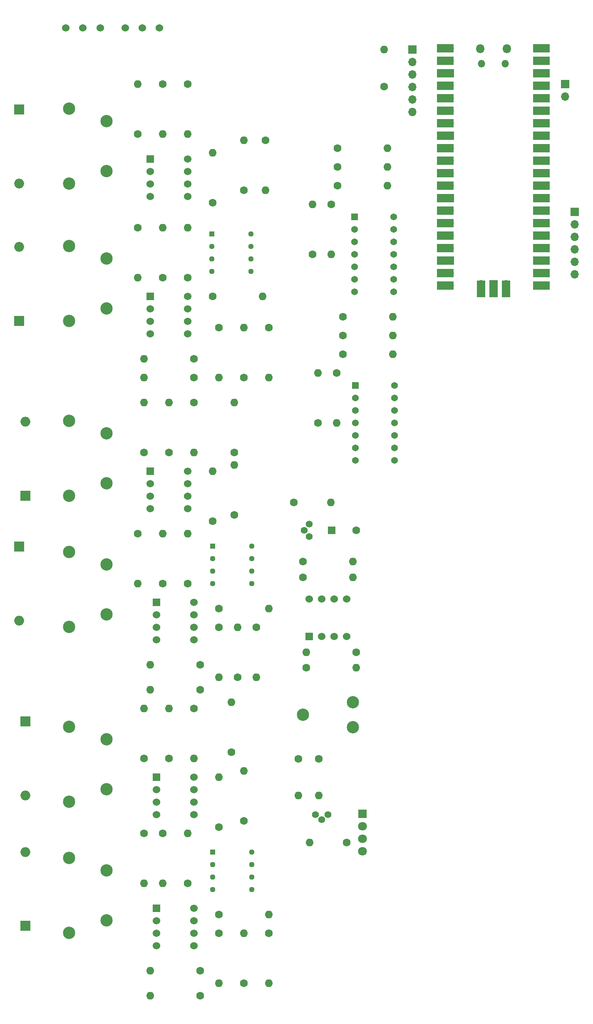
<source format=gbr>
%TF.GenerationSoftware,KiCad,Pcbnew,7.0.10*%
%TF.CreationDate,2024-03-27T11:58:10+00:00*%
%TF.ProjectId,TENG input circuitry and transmitter,54454e47-2069-46e7-9075-742063697263,rev?*%
%TF.SameCoordinates,Original*%
%TF.FileFunction,Soldermask,Top*%
%TF.FilePolarity,Negative*%
%FSLAX46Y46*%
G04 Gerber Fmt 4.6, Leading zero omitted, Abs format (unit mm)*
G04 Created by KiCad (PCBNEW 7.0.10) date 2024-03-27 11:58:10*
%MOMM*%
%LPD*%
G01*
G04 APERTURE LIST*
G04 Aperture macros list*
%AMRoundRect*
0 Rectangle with rounded corners*
0 $1 Rounding radius*
0 $2 $3 $4 $5 $6 $7 $8 $9 X,Y pos of 4 corners*
0 Add a 4 corners polygon primitive as box body*
4,1,4,$2,$3,$4,$5,$6,$7,$8,$9,$2,$3,0*
0 Add four circle primitives for the rounded corners*
1,1,$1+$1,$2,$3*
1,1,$1+$1,$4,$5*
1,1,$1+$1,$6,$7*
1,1,$1+$1,$8,$9*
0 Add four rect primitives between the rounded corners*
20,1,$1+$1,$2,$3,$4,$5,0*
20,1,$1+$1,$4,$5,$6,$7,0*
20,1,$1+$1,$6,$7,$8,$9,0*
20,1,$1+$1,$8,$9,$2,$3,0*%
G04 Aperture macros list end*
%ADD10C,1.600000*%
%ADD11O,1.600000X1.600000*%
%ADD12R,2.000000X2.000000*%
%ADD13O,2.000000X2.000000*%
%ADD14R,1.524000X1.524000*%
%ADD15C,1.524000*%
%ADD16C,2.500000*%
%ADD17R,1.700000X1.700000*%
%ADD18O,1.700000X1.700000*%
%ADD19R,1.800000X1.800000*%
%ADD20C,1.800000*%
%ADD21R,1.130000X1.130000*%
%ADD22C,1.130000*%
%ADD23C,1.400000*%
%ADD24O,1.800000X1.800000*%
%ADD25O,1.500000X1.500000*%
%ADD26R,3.500000X1.700000*%
%ADD27R,1.700000X3.500000*%
%ADD28RoundRect,0.102000X-0.585000X-0.585000X0.585000X-0.585000X0.585000X0.585000X-0.585000X0.585000X0*%
%ADD29C,1.374000*%
%ADD30R,1.600000X1.600000*%
G04 APERTURE END LIST*
D10*
%TO.C,R7*%
X78105000Y-158115000D03*
D11*
X78105000Y-168275000D03*
%TD*%
D12*
%TO.C,C2*%
X38735000Y-131325000D03*
D13*
X38735000Y-116325000D03*
%TD*%
D14*
%TO.C,U26*%
X64135000Y-62865000D03*
D15*
X64135000Y-65405000D03*
X64135000Y-67945000D03*
X64135000Y-70485000D03*
X71755000Y-70485000D03*
X71755000Y-67945000D03*
X71755000Y-65405000D03*
X71755000Y-62865000D03*
%TD*%
D10*
%TO.C,R48*%
X66675000Y-86995000D03*
D11*
X66675000Y-76835000D03*
%TD*%
D10*
%TO.C,R49*%
X61595000Y-76835000D03*
D11*
X61595000Y-86995000D03*
%TD*%
D10*
%TO.C,R25*%
X83185000Y-230505000D03*
D11*
X83185000Y-220345000D03*
%TD*%
D10*
%TO.C,R22*%
X62865000Y-200025000D03*
D11*
X62865000Y-210185000D03*
%TD*%
D10*
%TO.C,R36*%
X78105000Y-198755000D03*
D11*
X78105000Y-188595000D03*
%TD*%
D16*
%TO.C,Sw2*%
X55245000Y-93245000D03*
X55245000Y-83085000D03*
X47625000Y-95785000D03*
X47625000Y-80545000D03*
%TD*%
D17*
%TO.C,J1*%
X148590000Y-47620000D03*
D18*
X148590000Y-50160000D03*
%TD*%
D10*
%TO.C,R4*%
X61595000Y-139065000D03*
D11*
X61595000Y-149225000D03*
%TD*%
D12*
%TO.C,C1*%
X37465000Y-141725000D03*
D13*
X37465000Y-156725000D03*
%TD*%
D16*
%TO.C,Pot1*%
X95250000Y-175895000D03*
X105410000Y-178435000D03*
X105410000Y-173355000D03*
%TD*%
D10*
%TO.C,R63*%
X103345000Y-98742500D03*
D11*
X113505000Y-98742500D03*
%TD*%
D14*
%TO.C,U2*%
X64135000Y-126365000D03*
D15*
X64135000Y-128905000D03*
X64135000Y-131445000D03*
X64135000Y-133985000D03*
X71755000Y-133985000D03*
X71755000Y-131445000D03*
X71755000Y-128905000D03*
X71755000Y-126365000D03*
%TD*%
D10*
%TO.C,R54*%
X102075000Y-106362500D03*
D11*
X102075000Y-116522500D03*
%TD*%
D14*
%TO.C,U5*%
X96520000Y-160020000D03*
D15*
X99060000Y-160020000D03*
X101600000Y-160020000D03*
X104140000Y-160020000D03*
X104140000Y-152400000D03*
X101600000Y-152400000D03*
X99060000Y-152400000D03*
X96520000Y-152400000D03*
%TD*%
D14*
%TO.C,U4*%
X65405000Y-188595000D03*
D15*
X65405000Y-191135000D03*
X65405000Y-193675000D03*
X65405000Y-196215000D03*
X73025000Y-196215000D03*
X73025000Y-193675000D03*
X73025000Y-191135000D03*
X73025000Y-188595000D03*
%TD*%
D10*
%TO.C,R3*%
X78105000Y-154305000D03*
D11*
X88265000Y-154305000D03*
%TD*%
D10*
%TO.C,R18*%
X71755000Y-210185000D03*
D11*
X71755000Y-200025000D03*
%TD*%
D10*
%TO.C,R56*%
X95250000Y-144780000D03*
D11*
X105410000Y-144780000D03*
%TD*%
D10*
%TO.C,R57*%
X95250000Y-147955000D03*
D11*
X105410000Y-147955000D03*
%TD*%
D10*
%TO.C,R8*%
X81915000Y-168275000D03*
D11*
X81915000Y-158115000D03*
%TD*%
D10*
%TO.C,R27*%
X74295000Y-233045000D03*
D11*
X64135000Y-233045000D03*
%TD*%
D17*
%TO.C,J7*%
X150495000Y-73660000D03*
D18*
X150495000Y-76200000D03*
X150495000Y-78740000D03*
X150495000Y-81280000D03*
X150495000Y-83820000D03*
X150495000Y-86360000D03*
%TD*%
D15*
%TO.C,TB2*%
X46975000Y-36195000D03*
X50475000Y-36195000D03*
X53975000Y-36195000D03*
%TD*%
%TO.C,TB1*%
X59040000Y-36195000D03*
X62540000Y-36195000D03*
X66040000Y-36195000D03*
%TD*%
D14*
%TO.C,U25*%
X64135000Y-90805000D03*
D15*
X64135000Y-93345000D03*
X64135000Y-95885000D03*
X64135000Y-98425000D03*
X71755000Y-98425000D03*
X71755000Y-95885000D03*
X71755000Y-93345000D03*
X71755000Y-90805000D03*
%TD*%
D10*
%TO.C,R62*%
X102235000Y-64452500D03*
D11*
X112395000Y-64452500D03*
%TD*%
D10*
%TO.C,R16*%
X81280000Y-122555000D03*
D11*
X81280000Y-112395000D03*
%TD*%
D10*
%TO.C,R12*%
X67945000Y-122555000D03*
D11*
X67945000Y-112395000D03*
%TD*%
D14*
%TO.C,U3*%
X65405000Y-215265000D03*
D15*
X65405000Y-217805000D03*
X65405000Y-220345000D03*
X65405000Y-222885000D03*
X73025000Y-222885000D03*
X73025000Y-220345000D03*
X73025000Y-217805000D03*
X73025000Y-215265000D03*
%TD*%
D12*
%TO.C,C6*%
X37465000Y-52825000D03*
D13*
X37465000Y-67825000D03*
%TD*%
D12*
%TO.C,C3*%
X38735000Y-218835000D03*
D13*
X38735000Y-203835000D03*
%TD*%
D10*
%TO.C,R19*%
X83185000Y-107315000D03*
D11*
X83185000Y-97155000D03*
%TD*%
D10*
%TO.C,R17*%
X76835000Y-136525000D03*
D11*
X76835000Y-126365000D03*
%TD*%
D14*
%TO.C,U1*%
X65405000Y-153035000D03*
D15*
X65405000Y-155575000D03*
X65405000Y-158115000D03*
X65405000Y-160655000D03*
X73025000Y-160655000D03*
X73025000Y-158115000D03*
X73025000Y-155575000D03*
X73025000Y-153035000D03*
%TD*%
D16*
%TO.C,Sw5*%
X55245000Y-217705000D03*
X55245000Y-207545000D03*
X47625000Y-220245000D03*
X47625000Y-205005000D03*
%TD*%
D10*
%TO.C,R52*%
X100965000Y-72072500D03*
D11*
X100965000Y-82232500D03*
%TD*%
D10*
%TO.C,R15*%
X81280000Y-135255000D03*
D11*
X81280000Y-125095000D03*
%TD*%
D19*
%TO.C,J2*%
X107315000Y-196040000D03*
D20*
X107315000Y-198580000D03*
X107315000Y-201120000D03*
X107315000Y-203660000D03*
%TD*%
D10*
%TO.C,C9*%
X98425000Y-184845000D03*
D11*
X98425000Y-192345000D03*
%TD*%
D10*
%TO.C,R14*%
X73025000Y-112395000D03*
D11*
X73025000Y-122555000D03*
%TD*%
D10*
%TO.C,R13*%
X88265000Y-97155000D03*
D11*
X88265000Y-107315000D03*
%TD*%
D10*
%TO.C,R51*%
X95885000Y-166370000D03*
D11*
X106045000Y-166370000D03*
%TD*%
D21*
%TO.C,IC3*%
X76835000Y-203835000D03*
D22*
X76835000Y-206375000D03*
X76835000Y-208915000D03*
X76835000Y-211455000D03*
X84775000Y-211455000D03*
X84775000Y-208915000D03*
X84775000Y-206375000D03*
X84775000Y-203835000D03*
%TD*%
D10*
%TO.C,R11*%
X85725000Y-158115000D03*
D11*
X85725000Y-168275000D03*
%TD*%
D10*
%TO.C,C10*%
X94275000Y-184845000D03*
D11*
X94275000Y-192345000D03*
%TD*%
D10*
%TO.C,R24*%
X78105000Y-220345000D03*
D11*
X78105000Y-230505000D03*
%TD*%
D10*
%TO.C,R5*%
X74295000Y-165735000D03*
D11*
X64135000Y-165735000D03*
%TD*%
D10*
%TO.C,R23*%
X74295000Y-227965000D03*
D11*
X64135000Y-227965000D03*
%TD*%
D10*
%TO.C,R65*%
X103345000Y-102552500D03*
D11*
X113505000Y-102552500D03*
%TD*%
D23*
%TO.C,U17*%
X96520000Y-139700000D03*
X95520000Y-138430000D03*
X96520000Y-137160000D03*
%TD*%
D10*
%TO.C,R20*%
X66675000Y-200025000D03*
D11*
X66675000Y-210185000D03*
%TD*%
D12*
%TO.C,C4*%
X38735000Y-177285000D03*
D13*
X38735000Y-192285000D03*
%TD*%
D10*
%TO.C,R55*%
X98265000Y-116522500D03*
D11*
X98265000Y-106362500D03*
%TD*%
D21*
%TO.C,IC1*%
X76675000Y-78105000D03*
D22*
X76675000Y-80645000D03*
X76675000Y-83185000D03*
X76675000Y-85725000D03*
X84615000Y-85725000D03*
X84615000Y-83185000D03*
X84615000Y-80645000D03*
X84615000Y-78105000D03*
%TD*%
D10*
%TO.C,R29*%
X88265000Y-220345000D03*
D11*
X88265000Y-230505000D03*
%TD*%
D10*
%TO.C,R2*%
X66675000Y-149225000D03*
D11*
X66675000Y-139065000D03*
%TD*%
D10*
%TO.C,R81*%
X76835000Y-71755000D03*
D11*
X76835000Y-61595000D03*
%TD*%
D24*
%TO.C,U21*%
X131260000Y-40452500D03*
D25*
X131560000Y-43482500D03*
X136410000Y-43482500D03*
D24*
X136710000Y-40452500D03*
D18*
X125095000Y-40322500D03*
D26*
X124195000Y-40322500D03*
D18*
X125095000Y-42862500D03*
D26*
X124195000Y-42862500D03*
D17*
X125095000Y-45402500D03*
D26*
X124195000Y-45402500D03*
D18*
X125095000Y-47942500D03*
D26*
X124195000Y-47942500D03*
D18*
X125095000Y-50482500D03*
D26*
X124195000Y-50482500D03*
D18*
X125095000Y-53022500D03*
D26*
X124195000Y-53022500D03*
D18*
X125095000Y-55562500D03*
D26*
X124195000Y-55562500D03*
D17*
X125095000Y-58102500D03*
D26*
X124195000Y-58102500D03*
D18*
X125095000Y-60642500D03*
D26*
X124195000Y-60642500D03*
D18*
X125095000Y-63182500D03*
D26*
X124195000Y-63182500D03*
D18*
X125095000Y-65722500D03*
D26*
X124195000Y-65722500D03*
D18*
X125095000Y-68262500D03*
D26*
X124195000Y-68262500D03*
D17*
X125095000Y-70802500D03*
D26*
X124195000Y-70802500D03*
D18*
X125095000Y-73342500D03*
D26*
X124195000Y-73342500D03*
D18*
X125095000Y-75882500D03*
D26*
X124195000Y-75882500D03*
D18*
X125095000Y-78422500D03*
D26*
X124195000Y-78422500D03*
D18*
X125095000Y-80962500D03*
D26*
X124195000Y-80962500D03*
D17*
X125095000Y-83502500D03*
D26*
X124195000Y-83502500D03*
D18*
X125095000Y-86042500D03*
D26*
X124195000Y-86042500D03*
D18*
X125095000Y-88582500D03*
D26*
X124195000Y-88582500D03*
D18*
X142875000Y-88582500D03*
D26*
X143775000Y-88582500D03*
D18*
X142875000Y-86042500D03*
D26*
X143775000Y-86042500D03*
D17*
X142875000Y-83502500D03*
D26*
X143775000Y-83502500D03*
D18*
X142875000Y-80962500D03*
D26*
X143775000Y-80962500D03*
D18*
X142875000Y-78422500D03*
D26*
X143775000Y-78422500D03*
D18*
X142875000Y-75882500D03*
D26*
X143775000Y-75882500D03*
D18*
X142875000Y-73342500D03*
D26*
X143775000Y-73342500D03*
D17*
X142875000Y-70802500D03*
D26*
X143775000Y-70802500D03*
D18*
X142875000Y-68262500D03*
D26*
X143775000Y-68262500D03*
D18*
X142875000Y-65722500D03*
D26*
X143775000Y-65722500D03*
D18*
X142875000Y-63182500D03*
D26*
X143775000Y-63182500D03*
D18*
X142875000Y-60642500D03*
D26*
X143775000Y-60642500D03*
D17*
X142875000Y-58102500D03*
D26*
X143775000Y-58102500D03*
D18*
X142875000Y-55562500D03*
D26*
X143775000Y-55562500D03*
D18*
X142875000Y-53022500D03*
D26*
X143775000Y-53022500D03*
D18*
X142875000Y-50482500D03*
D26*
X143775000Y-50482500D03*
D18*
X142875000Y-47942500D03*
D26*
X143775000Y-47942500D03*
D17*
X142875000Y-45402500D03*
D26*
X143775000Y-45402500D03*
D18*
X142875000Y-42862500D03*
D26*
X143775000Y-42862500D03*
D18*
X142875000Y-40322500D03*
D26*
X143775000Y-40322500D03*
D18*
X131445000Y-88352500D03*
D27*
X131445000Y-89252500D03*
D17*
X133985000Y-88352500D03*
D27*
X133985000Y-89252500D03*
D18*
X136525000Y-88352500D03*
D27*
X136525000Y-89252500D03*
%TD*%
D10*
%TO.C,R60*%
X102235000Y-60642500D03*
D11*
X112395000Y-60642500D03*
%TD*%
D12*
%TO.C,C5*%
X37465000Y-95765000D03*
D13*
X37465000Y-80765000D03*
%TD*%
D21*
%TO.C,IC2*%
X76835000Y-141605000D03*
D22*
X76835000Y-144145000D03*
X76835000Y-146685000D03*
X76835000Y-149225000D03*
X84775000Y-149225000D03*
X84775000Y-146685000D03*
X84775000Y-144145000D03*
X84775000Y-141605000D03*
%TD*%
D10*
%TO.C,R80*%
X87645000Y-59055000D03*
D11*
X87645000Y-69215000D03*
%TD*%
D10*
%TO.C,R53*%
X97155000Y-82232500D03*
D11*
X97155000Y-72072500D03*
%TD*%
D16*
%TO.C,Sw4*%
X55245000Y-128805000D03*
X55245000Y-118645000D03*
X47625000Y-131345000D03*
X47625000Y-116105000D03*
%TD*%
D10*
%TO.C,R32*%
X73025000Y-174625000D03*
D11*
X73025000Y-184785000D03*
%TD*%
D10*
%TO.C,R26*%
X62865000Y-184785000D03*
D11*
X62865000Y-174625000D03*
%TD*%
D10*
%TO.C,C7*%
X104080000Y-201930000D03*
D11*
X96580000Y-201930000D03*
%TD*%
D16*
%TO.C,Sw1*%
X55245000Y-65305000D03*
X55245000Y-55145000D03*
X47625000Y-67845000D03*
X47625000Y-52605000D03*
%TD*%
D10*
%TO.C,R6*%
X76835000Y-90805000D03*
D11*
X86995000Y-90805000D03*
%TD*%
D10*
%TO.C,R28*%
X78105000Y-97155000D03*
D11*
X78105000Y-107315000D03*
%TD*%
D10*
%TO.C,R79*%
X83185000Y-69215000D03*
D11*
X83185000Y-59055000D03*
%TD*%
D10*
%TO.C,R30*%
X73025000Y-103505000D03*
D11*
X62865000Y-103505000D03*
%TD*%
D23*
%TO.C,U16*%
X100330000Y-196215000D03*
X99060000Y-197215000D03*
X97790000Y-196215000D03*
%TD*%
D16*
%TO.C,Sw6*%
X55245000Y-191035000D03*
X55245000Y-180875000D03*
X47625000Y-193575000D03*
X47625000Y-178335000D03*
%TD*%
D10*
%TO.C,C11*%
X93405000Y-132715000D03*
D11*
X100905000Y-132715000D03*
%TD*%
D10*
%TO.C,R64*%
X102235000Y-68262500D03*
D11*
X112395000Y-68262500D03*
%TD*%
D10*
%TO.C,R77*%
X66675000Y-47625000D03*
D11*
X66675000Y-57785000D03*
%TD*%
D28*
%TO.C,U19*%
X105885000Y-108902500D03*
D29*
X105885000Y-111442500D03*
X105885000Y-113982500D03*
X105885000Y-116522500D03*
X105885000Y-119062500D03*
X105885000Y-121602500D03*
X105885000Y-124142500D03*
X113825000Y-124142500D03*
X113825000Y-121602500D03*
X113825000Y-119062500D03*
X113825000Y-116522500D03*
X113825000Y-113982500D03*
X113825000Y-111442500D03*
X113825000Y-108902500D03*
%TD*%
D10*
%TO.C,R47*%
X71755000Y-86995000D03*
D11*
X71755000Y-76835000D03*
%TD*%
D10*
%TO.C,R10*%
X74295000Y-170815000D03*
D11*
X64135000Y-170815000D03*
%TD*%
D16*
%TO.C,Sw3*%
X55245000Y-155475000D03*
X55245000Y-145315000D03*
X47625000Y-158015000D03*
X47625000Y-142775000D03*
%TD*%
D10*
%TO.C,R78*%
X71755000Y-47625000D03*
D11*
X71755000Y-57785000D03*
%TD*%
D10*
%TO.C,R34*%
X83185000Y-197485000D03*
D11*
X83185000Y-187325000D03*
%TD*%
D10*
%TO.C,C12*%
X111760000Y-48140000D03*
D11*
X111760000Y-40640000D03*
%TD*%
D28*
%TO.C,U18*%
X105725000Y-74612500D03*
D29*
X105725000Y-77152500D03*
X105725000Y-79692500D03*
X105725000Y-82232500D03*
X105725000Y-84772500D03*
X105725000Y-87312500D03*
X105725000Y-89852500D03*
X113665000Y-89852500D03*
X113665000Y-87312500D03*
X113665000Y-84772500D03*
X113665000Y-82232500D03*
X113665000Y-79692500D03*
X113665000Y-77152500D03*
X113665000Y-74612500D03*
%TD*%
D10*
%TO.C,R35*%
X80645000Y-183515000D03*
D11*
X80645000Y-173355000D03*
%TD*%
D30*
%TO.C,C8*%
X101102349Y-138430000D03*
D10*
X106102349Y-138430000D03*
%TD*%
%TO.C,R50*%
X106045000Y-163195000D03*
D11*
X95885000Y-163195000D03*
%TD*%
D10*
%TO.C,R76*%
X61595000Y-57785000D03*
D11*
X61595000Y-47625000D03*
%TD*%
D10*
%TO.C,R61*%
X103345000Y-94932500D03*
D11*
X113505000Y-94932500D03*
%TD*%
D17*
%TO.C,J6*%
X117475000Y-40640000D03*
D18*
X117475000Y-43180000D03*
X117475000Y-45720000D03*
X117475000Y-48260000D03*
X117475000Y-50800000D03*
X117475000Y-53340000D03*
%TD*%
D10*
%TO.C,R1*%
X71755000Y-149225000D03*
D11*
X71755000Y-139065000D03*
%TD*%
D10*
%TO.C,R21*%
X78105000Y-216535000D03*
D11*
X88265000Y-216535000D03*
%TD*%
D10*
%TO.C,R31*%
X67945000Y-184785000D03*
D11*
X67945000Y-174625000D03*
%TD*%
D10*
%TO.C,R9*%
X62865000Y-122555000D03*
D11*
X62865000Y-112395000D03*
%TD*%
D10*
%TO.C,R33*%
X73025000Y-107315000D03*
D11*
X62865000Y-107315000D03*
%TD*%
M02*

</source>
